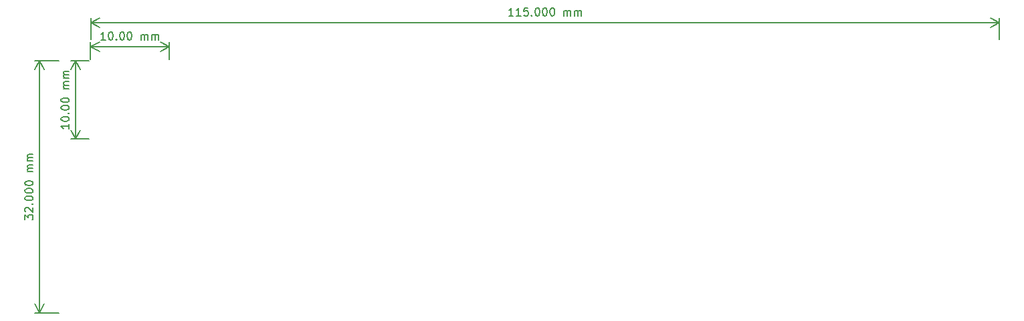
<source format=gbr>
G04 #@! TF.GenerationSoftware,KiCad,Pcbnew,5.1.5-1.fc31*
G04 #@! TF.CreationDate,2020-04-28T16:34:52+01:00*
G04 #@! TF.ProjectId,ReversingCam_FSAV433_v3.1,52657665-7273-4696-9e67-43616d5f4653,V3.1*
G04 #@! TF.SameCoordinates,Original*
G04 #@! TF.FileFunction,OtherDrawing,Comment*
%FSLAX46Y46*%
G04 Gerber Fmt 4.6, Leading zero omitted, Abs format (unit mm)*
G04 Created by KiCad (PCBNEW 5.1.5-1.fc31) date 2020-04-28 16:34:52*
%MOMM*%
%LPD*%
G04 APERTURE LIST*
%ADD10C,0.150000*%
G04 APERTURE END LIST*
D10*
X27486361Y-22774380D02*
X26914933Y-22774380D01*
X27200647Y-22774380D02*
X27200647Y-21774380D01*
X27105409Y-21917238D01*
X27010171Y-22012476D01*
X26914933Y-22060095D01*
X28105409Y-21774380D02*
X28200647Y-21774380D01*
X28295885Y-21822000D01*
X28343504Y-21869619D01*
X28391123Y-21964857D01*
X28438742Y-22155333D01*
X28438742Y-22393428D01*
X28391123Y-22583904D01*
X28343504Y-22679142D01*
X28295885Y-22726761D01*
X28200647Y-22774380D01*
X28105409Y-22774380D01*
X28010171Y-22726761D01*
X27962552Y-22679142D01*
X27914933Y-22583904D01*
X27867314Y-22393428D01*
X27867314Y-22155333D01*
X27914933Y-21964857D01*
X27962552Y-21869619D01*
X28010171Y-21822000D01*
X28105409Y-21774380D01*
X28867314Y-22679142D02*
X28914933Y-22726761D01*
X28867314Y-22774380D01*
X28819695Y-22726761D01*
X28867314Y-22679142D01*
X28867314Y-22774380D01*
X29533980Y-21774380D02*
X29629219Y-21774380D01*
X29724457Y-21822000D01*
X29772076Y-21869619D01*
X29819695Y-21964857D01*
X29867314Y-22155333D01*
X29867314Y-22393428D01*
X29819695Y-22583904D01*
X29772076Y-22679142D01*
X29724457Y-22726761D01*
X29629219Y-22774380D01*
X29533980Y-22774380D01*
X29438742Y-22726761D01*
X29391123Y-22679142D01*
X29343504Y-22583904D01*
X29295885Y-22393428D01*
X29295885Y-22155333D01*
X29343504Y-21964857D01*
X29391123Y-21869619D01*
X29438742Y-21822000D01*
X29533980Y-21774380D01*
X30486361Y-21774380D02*
X30581600Y-21774380D01*
X30676838Y-21822000D01*
X30724457Y-21869619D01*
X30772076Y-21964857D01*
X30819695Y-22155333D01*
X30819695Y-22393428D01*
X30772076Y-22583904D01*
X30724457Y-22679142D01*
X30676838Y-22726761D01*
X30581600Y-22774380D01*
X30486361Y-22774380D01*
X30391123Y-22726761D01*
X30343504Y-22679142D01*
X30295885Y-22583904D01*
X30248266Y-22393428D01*
X30248266Y-22155333D01*
X30295885Y-21964857D01*
X30343504Y-21869619D01*
X30391123Y-21822000D01*
X30486361Y-21774380D01*
X32010171Y-22774380D02*
X32010171Y-22107714D01*
X32010171Y-22202952D02*
X32057790Y-22155333D01*
X32153028Y-22107714D01*
X32295885Y-22107714D01*
X32391123Y-22155333D01*
X32438742Y-22250571D01*
X32438742Y-22774380D01*
X32438742Y-22250571D02*
X32486361Y-22155333D01*
X32581600Y-22107714D01*
X32724457Y-22107714D01*
X32819695Y-22155333D01*
X32867314Y-22250571D01*
X32867314Y-22774380D01*
X33343504Y-22774380D02*
X33343504Y-22107714D01*
X33343504Y-22202952D02*
X33391123Y-22155333D01*
X33486361Y-22107714D01*
X33629219Y-22107714D01*
X33724457Y-22155333D01*
X33772076Y-22250571D01*
X33772076Y-22774380D01*
X33772076Y-22250571D02*
X33819695Y-22155333D01*
X33914933Y-22107714D01*
X34057790Y-22107714D01*
X34153028Y-22155333D01*
X34200647Y-22250571D01*
X34200647Y-22774380D01*
X25603200Y-23622000D02*
X35560000Y-23622000D01*
X25603200Y-25298400D02*
X25603200Y-23035579D01*
X35560000Y-25298400D02*
X35560000Y-23035579D01*
X35560000Y-23622000D02*
X34433496Y-24208421D01*
X35560000Y-23622000D02*
X34433496Y-23035579D01*
X25603200Y-23622000D02*
X26729704Y-24208421D01*
X25603200Y-23622000D02*
X26729704Y-23035579D01*
X22875980Y-33473638D02*
X22875980Y-34045066D01*
X22875980Y-33759352D02*
X21875980Y-33759352D01*
X22018838Y-33854590D01*
X22114076Y-33949828D01*
X22161695Y-34045066D01*
X21875980Y-32854590D02*
X21875980Y-32759352D01*
X21923600Y-32664114D01*
X21971219Y-32616495D01*
X22066457Y-32568876D01*
X22256933Y-32521257D01*
X22495028Y-32521257D01*
X22685504Y-32568876D01*
X22780742Y-32616495D01*
X22828361Y-32664114D01*
X22875980Y-32759352D01*
X22875980Y-32854590D01*
X22828361Y-32949828D01*
X22780742Y-32997447D01*
X22685504Y-33045066D01*
X22495028Y-33092685D01*
X22256933Y-33092685D01*
X22066457Y-33045066D01*
X21971219Y-32997447D01*
X21923600Y-32949828D01*
X21875980Y-32854590D01*
X22780742Y-32092685D02*
X22828361Y-32045066D01*
X22875980Y-32092685D01*
X22828361Y-32140304D01*
X22780742Y-32092685D01*
X22875980Y-32092685D01*
X21875980Y-31426019D02*
X21875980Y-31330780D01*
X21923600Y-31235542D01*
X21971219Y-31187923D01*
X22066457Y-31140304D01*
X22256933Y-31092685D01*
X22495028Y-31092685D01*
X22685504Y-31140304D01*
X22780742Y-31187923D01*
X22828361Y-31235542D01*
X22875980Y-31330780D01*
X22875980Y-31426019D01*
X22828361Y-31521257D01*
X22780742Y-31568876D01*
X22685504Y-31616495D01*
X22495028Y-31664114D01*
X22256933Y-31664114D01*
X22066457Y-31616495D01*
X21971219Y-31568876D01*
X21923600Y-31521257D01*
X21875980Y-31426019D01*
X21875980Y-30473638D02*
X21875980Y-30378400D01*
X21923600Y-30283161D01*
X21971219Y-30235542D01*
X22066457Y-30187923D01*
X22256933Y-30140304D01*
X22495028Y-30140304D01*
X22685504Y-30187923D01*
X22780742Y-30235542D01*
X22828361Y-30283161D01*
X22875980Y-30378400D01*
X22875980Y-30473638D01*
X22828361Y-30568876D01*
X22780742Y-30616495D01*
X22685504Y-30664114D01*
X22495028Y-30711733D01*
X22256933Y-30711733D01*
X22066457Y-30664114D01*
X21971219Y-30616495D01*
X21923600Y-30568876D01*
X21875980Y-30473638D01*
X22875980Y-28949828D02*
X22209314Y-28949828D01*
X22304552Y-28949828D02*
X22256933Y-28902209D01*
X22209314Y-28806971D01*
X22209314Y-28664114D01*
X22256933Y-28568876D01*
X22352171Y-28521257D01*
X22875980Y-28521257D01*
X22352171Y-28521257D02*
X22256933Y-28473638D01*
X22209314Y-28378400D01*
X22209314Y-28235542D01*
X22256933Y-28140304D01*
X22352171Y-28092685D01*
X22875980Y-28092685D01*
X22875980Y-27616495D02*
X22209314Y-27616495D01*
X22304552Y-27616495D02*
X22256933Y-27568876D01*
X22209314Y-27473638D01*
X22209314Y-27330780D01*
X22256933Y-27235542D01*
X22352171Y-27187923D01*
X22875980Y-27187923D01*
X22352171Y-27187923D02*
X22256933Y-27140304D01*
X22209314Y-27045066D01*
X22209314Y-26902209D01*
X22256933Y-26806971D01*
X22352171Y-26759352D01*
X22875980Y-26759352D01*
X23723600Y-35356800D02*
X23723600Y-25400000D01*
X25400000Y-35356800D02*
X23137179Y-35356800D01*
X25400000Y-25400000D02*
X23137179Y-25400000D01*
X23723600Y-25400000D02*
X24310021Y-26526504D01*
X23723600Y-25400000D02*
X23137179Y-26526504D01*
X23723600Y-35356800D02*
X24310021Y-34230296D01*
X23723600Y-35356800D02*
X23137179Y-34230296D01*
X17302380Y-45590476D02*
X17302380Y-44971428D01*
X17683333Y-45304761D01*
X17683333Y-45161904D01*
X17730952Y-45066666D01*
X17778571Y-45019047D01*
X17873809Y-44971428D01*
X18111904Y-44971428D01*
X18207142Y-45019047D01*
X18254761Y-45066666D01*
X18302380Y-45161904D01*
X18302380Y-45447619D01*
X18254761Y-45542857D01*
X18207142Y-45590476D01*
X17397619Y-44590476D02*
X17350000Y-44542857D01*
X17302380Y-44447619D01*
X17302380Y-44209523D01*
X17350000Y-44114285D01*
X17397619Y-44066666D01*
X17492857Y-44019047D01*
X17588095Y-44019047D01*
X17730952Y-44066666D01*
X18302380Y-44638095D01*
X18302380Y-44019047D01*
X18207142Y-43590476D02*
X18254761Y-43542857D01*
X18302380Y-43590476D01*
X18254761Y-43638095D01*
X18207142Y-43590476D01*
X18302380Y-43590476D01*
X17302380Y-42923809D02*
X17302380Y-42828571D01*
X17350000Y-42733333D01*
X17397619Y-42685714D01*
X17492857Y-42638095D01*
X17683333Y-42590476D01*
X17921428Y-42590476D01*
X18111904Y-42638095D01*
X18207142Y-42685714D01*
X18254761Y-42733333D01*
X18302380Y-42828571D01*
X18302380Y-42923809D01*
X18254761Y-43019047D01*
X18207142Y-43066666D01*
X18111904Y-43114285D01*
X17921428Y-43161904D01*
X17683333Y-43161904D01*
X17492857Y-43114285D01*
X17397619Y-43066666D01*
X17350000Y-43019047D01*
X17302380Y-42923809D01*
X17302380Y-41971428D02*
X17302380Y-41876190D01*
X17350000Y-41780952D01*
X17397619Y-41733333D01*
X17492857Y-41685714D01*
X17683333Y-41638095D01*
X17921428Y-41638095D01*
X18111904Y-41685714D01*
X18207142Y-41733333D01*
X18254761Y-41780952D01*
X18302380Y-41876190D01*
X18302380Y-41971428D01*
X18254761Y-42066666D01*
X18207142Y-42114285D01*
X18111904Y-42161904D01*
X17921428Y-42209523D01*
X17683333Y-42209523D01*
X17492857Y-42161904D01*
X17397619Y-42114285D01*
X17350000Y-42066666D01*
X17302380Y-41971428D01*
X17302380Y-41019047D02*
X17302380Y-40923809D01*
X17350000Y-40828571D01*
X17397619Y-40780952D01*
X17492857Y-40733333D01*
X17683333Y-40685714D01*
X17921428Y-40685714D01*
X18111904Y-40733333D01*
X18207142Y-40780952D01*
X18254761Y-40828571D01*
X18302380Y-40923809D01*
X18302380Y-41019047D01*
X18254761Y-41114285D01*
X18207142Y-41161904D01*
X18111904Y-41209523D01*
X17921428Y-41257142D01*
X17683333Y-41257142D01*
X17492857Y-41209523D01*
X17397619Y-41161904D01*
X17350000Y-41114285D01*
X17302380Y-41019047D01*
X18302380Y-39495238D02*
X17635714Y-39495238D01*
X17730952Y-39495238D02*
X17683333Y-39447619D01*
X17635714Y-39352380D01*
X17635714Y-39209523D01*
X17683333Y-39114285D01*
X17778571Y-39066666D01*
X18302380Y-39066666D01*
X17778571Y-39066666D02*
X17683333Y-39019047D01*
X17635714Y-38923809D01*
X17635714Y-38780952D01*
X17683333Y-38685714D01*
X17778571Y-38638095D01*
X18302380Y-38638095D01*
X18302380Y-38161904D02*
X17635714Y-38161904D01*
X17730952Y-38161904D02*
X17683333Y-38114285D01*
X17635714Y-38019047D01*
X17635714Y-37876190D01*
X17683333Y-37780952D01*
X17778571Y-37733333D01*
X18302380Y-37733333D01*
X17778571Y-37733333D02*
X17683333Y-37685714D01*
X17635714Y-37590476D01*
X17635714Y-37447619D01*
X17683333Y-37352380D01*
X17778571Y-37304761D01*
X18302380Y-37304761D01*
X19150000Y-57400000D02*
X19150000Y-25400000D01*
X21590000Y-57400000D02*
X18563579Y-57400000D01*
X21590000Y-25400000D02*
X18563579Y-25400000D01*
X19150000Y-25400000D02*
X19736421Y-26526504D01*
X19150000Y-25400000D02*
X18563579Y-26526504D01*
X19150000Y-57400000D02*
X19736421Y-56273496D01*
X19150000Y-57400000D02*
X18563579Y-56273496D01*
X79106380Y-19726380D02*
X78534952Y-19726380D01*
X78820666Y-19726380D02*
X78820666Y-18726380D01*
X78725428Y-18869238D01*
X78630190Y-18964476D01*
X78534952Y-19012095D01*
X80058761Y-19726380D02*
X79487333Y-19726380D01*
X79773047Y-19726380D02*
X79773047Y-18726380D01*
X79677809Y-18869238D01*
X79582571Y-18964476D01*
X79487333Y-19012095D01*
X80963523Y-18726380D02*
X80487333Y-18726380D01*
X80439714Y-19202571D01*
X80487333Y-19154952D01*
X80582571Y-19107333D01*
X80820666Y-19107333D01*
X80915904Y-19154952D01*
X80963523Y-19202571D01*
X81011142Y-19297809D01*
X81011142Y-19535904D01*
X80963523Y-19631142D01*
X80915904Y-19678761D01*
X80820666Y-19726380D01*
X80582571Y-19726380D01*
X80487333Y-19678761D01*
X80439714Y-19631142D01*
X81439714Y-19631142D02*
X81487333Y-19678761D01*
X81439714Y-19726380D01*
X81392095Y-19678761D01*
X81439714Y-19631142D01*
X81439714Y-19726380D01*
X82106380Y-18726380D02*
X82201619Y-18726380D01*
X82296857Y-18774000D01*
X82344476Y-18821619D01*
X82392095Y-18916857D01*
X82439714Y-19107333D01*
X82439714Y-19345428D01*
X82392095Y-19535904D01*
X82344476Y-19631142D01*
X82296857Y-19678761D01*
X82201619Y-19726380D01*
X82106380Y-19726380D01*
X82011142Y-19678761D01*
X81963523Y-19631142D01*
X81915904Y-19535904D01*
X81868285Y-19345428D01*
X81868285Y-19107333D01*
X81915904Y-18916857D01*
X81963523Y-18821619D01*
X82011142Y-18774000D01*
X82106380Y-18726380D01*
X83058761Y-18726380D02*
X83154000Y-18726380D01*
X83249238Y-18774000D01*
X83296857Y-18821619D01*
X83344476Y-18916857D01*
X83392095Y-19107333D01*
X83392095Y-19345428D01*
X83344476Y-19535904D01*
X83296857Y-19631142D01*
X83249238Y-19678761D01*
X83154000Y-19726380D01*
X83058761Y-19726380D01*
X82963523Y-19678761D01*
X82915904Y-19631142D01*
X82868285Y-19535904D01*
X82820666Y-19345428D01*
X82820666Y-19107333D01*
X82868285Y-18916857D01*
X82915904Y-18821619D01*
X82963523Y-18774000D01*
X83058761Y-18726380D01*
X84011142Y-18726380D02*
X84106380Y-18726380D01*
X84201619Y-18774000D01*
X84249238Y-18821619D01*
X84296857Y-18916857D01*
X84344476Y-19107333D01*
X84344476Y-19345428D01*
X84296857Y-19535904D01*
X84249238Y-19631142D01*
X84201619Y-19678761D01*
X84106380Y-19726380D01*
X84011142Y-19726380D01*
X83915904Y-19678761D01*
X83868285Y-19631142D01*
X83820666Y-19535904D01*
X83773047Y-19345428D01*
X83773047Y-19107333D01*
X83820666Y-18916857D01*
X83868285Y-18821619D01*
X83915904Y-18774000D01*
X84011142Y-18726380D01*
X85534952Y-19726380D02*
X85534952Y-19059714D01*
X85534952Y-19154952D02*
X85582571Y-19107333D01*
X85677809Y-19059714D01*
X85820666Y-19059714D01*
X85915904Y-19107333D01*
X85963523Y-19202571D01*
X85963523Y-19726380D01*
X85963523Y-19202571D02*
X86011142Y-19107333D01*
X86106380Y-19059714D01*
X86249238Y-19059714D01*
X86344476Y-19107333D01*
X86392095Y-19202571D01*
X86392095Y-19726380D01*
X86868285Y-19726380D02*
X86868285Y-19059714D01*
X86868285Y-19154952D02*
X86915904Y-19107333D01*
X87011142Y-19059714D01*
X87154000Y-19059714D01*
X87249238Y-19107333D01*
X87296857Y-19202571D01*
X87296857Y-19726380D01*
X87296857Y-19202571D02*
X87344476Y-19107333D01*
X87439714Y-19059714D01*
X87582571Y-19059714D01*
X87677809Y-19107333D01*
X87725428Y-19202571D01*
X87725428Y-19726380D01*
X25654000Y-20574000D02*
X140654000Y-20574000D01*
X25654000Y-22714000D02*
X25654000Y-19987579D01*
X140654000Y-22714000D02*
X140654000Y-19987579D01*
X140654000Y-20574000D02*
X139527496Y-21160421D01*
X140654000Y-20574000D02*
X139527496Y-19987579D01*
X25654000Y-20574000D02*
X26780504Y-21160421D01*
X25654000Y-20574000D02*
X26780504Y-19987579D01*
M02*

</source>
